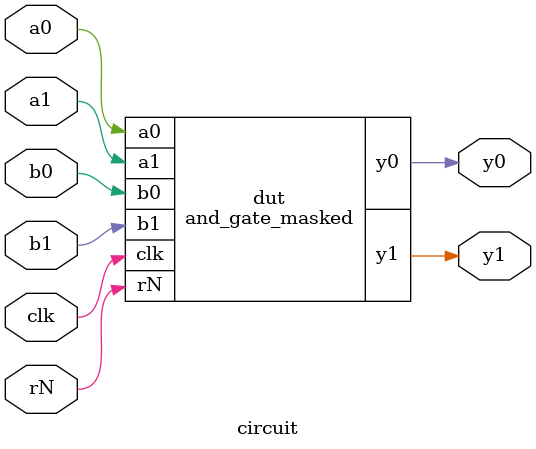
<source format=v>
/* Generated by Yosys 0.9 (git sha1 1979e0b) */

module and_gate_masked(clk, a0, a1, b0, b1, rN, y0, y1);
  wire _00_;
  wire _01_;
  input a0;
  input a1;
  input b0;
  input b1;
  input clk;
  wire p00;
  wire p01;
  wire p10;
  wire p11;
  input rN;
  output y0;
  wire y0_next;
  output y1;
  wire y1_next;
  DFF _02_ (
    .C(clk),
    .D(y1_next),
    .Q(y1)
  );
  DFF _03_ (
    .C(clk),
    .D(y0_next),
    .Q(y0)
  );
  assign p00 = a0 & b0;
  assign p01 = a0 & b1;
  assign p10 = a1 & b0;
  assign p11 = a1 & b1;
  assign _00_ = p00 ^ p01;
  assign y0_next = _00_ ^ rN;
  assign _01_ = p11 ^ p10;
  assign y1_next = _01_ ^ rN;
endmodule

module circuit(clk, a0, a1, b0, b1, rN, y0, y1);
  input a0;
  input a1;
  input b0;
  input b1;
  input clk;
  input rN;
  output y0;
  output y1;
  and_gate_masked dut (
    .a0(a0),
    .a1(a1),
    .b0(b0),
    .b1(b1),
    .clk(clk),
    .rN(rN),
    .y0(y0),
    .y1(y1)
  );
endmodule

</source>
